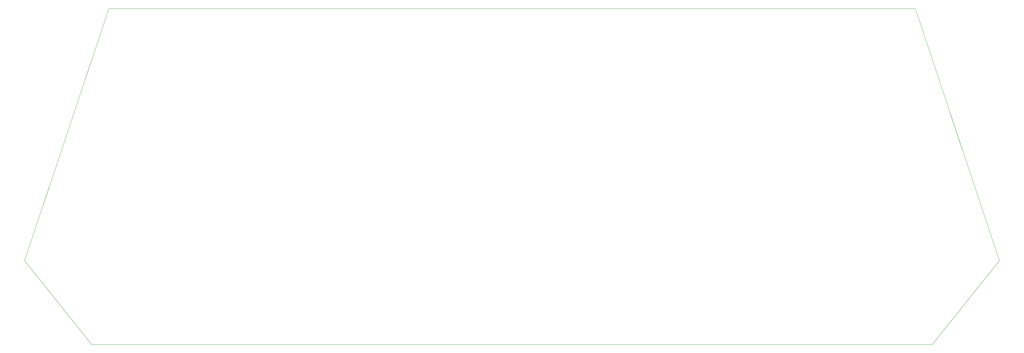
<source format=gm1>
%TF.GenerationSoftware,KiCad,Pcbnew,(6.0.7)*%
%TF.CreationDate,2023-08-09T20:53:38+08:00*%
%TF.ProjectId,chu_main,6368755f-6d61-4696-9e2e-6b696361645f,rev?*%
%TF.SameCoordinates,Original*%
%TF.FileFunction,Profile,NP*%
%FSLAX46Y46*%
G04 Gerber Fmt 4.6, Leading zero omitted, Abs format (unit mm)*
G04 Created by KiCad (PCBNEW (6.0.7)) date 2023-08-09 20:53:38*
%MOMM*%
%LPD*%
G01*
G04 APERTURE LIST*
%TA.AperFunction,Profile*%
%ADD10C,0.100000*%
%TD*%
G04 APERTURE END LIST*
D10*
X69196000Y-132074000D02*
X89196000Y-157074000D01*
X94196000Y-57074000D02*
X69196000Y-132074000D01*
X339196000Y-157074000D02*
X359196000Y-132074000D01*
X334196000Y-57074000D02*
X359196000Y-132074000D01*
X89196000Y-157074000D02*
X339196000Y-157074000D01*
X94196000Y-57074000D02*
X334196000Y-57074000D01*
M02*

</source>
